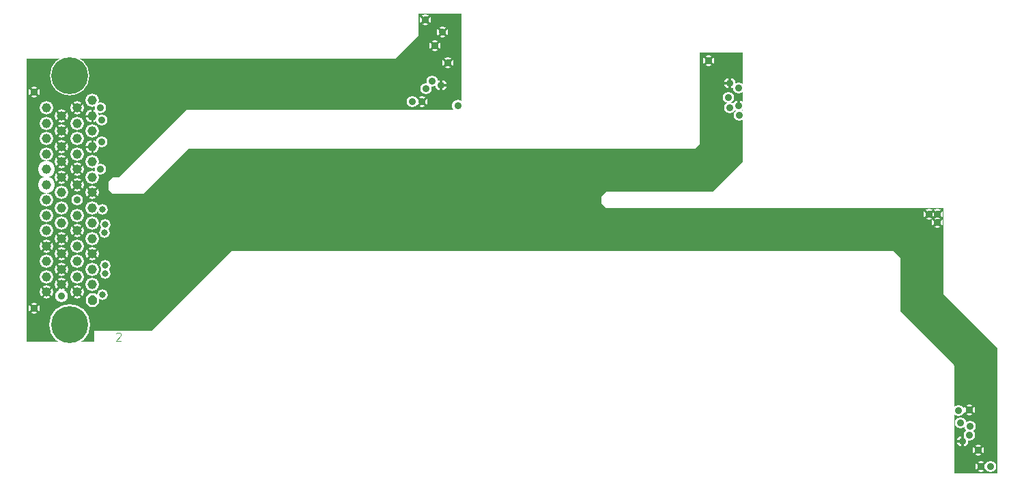
<source format=gbr>
G04 start of page 3 for group 1 idx 1
G04 Title: TFlex, InnerGND rigid *
G04 Creator: pcb-bin 20060822 *
G04 CreationDate: Thu May 10 11:42:57 2007 UTC *
G04 For: stephan *
G04 Format: Gerber/RS-274X *
G04 PCB-Dimensions: 500000 300000 *
G04 PCB-Coordinate-Origin: lower left *
%MOIN*%
%FSLAX24Y24*%
%LNGROUP1*%
%ADD11C,0.0200*%
%ADD12C,0.0560*%
%ADD13C,0.0600*%
%ADD14C,0.0520*%
%ADD15C,0.0620*%
%ADD16C,0.0660*%
%ADD17C,0.1920*%
%ADD18C,0.2000*%
%ADD19C,0.0810*%
%ADD20C,0.0100*%
%ADD21C,0.0120*%
%ADD22C,0.0140*%
%ADD23C,0.0130*%
%ADD24C,0.0040*%
%ADD25C,0.0460*%
%ADD26C,0.1800*%
%ADD27C,0.0360*%
%ADD28C,0.0320*%
%ADD29C,0.0260*%
%ADD30C,0.1050*%
G54D11*G36*
X46425Y7475D02*Y9555D01*
X43775Y12205D01*
Y14825D01*
X45875D01*
Y13045D01*
X48525Y10395D01*
Y7475D01*
X46425D01*
G37*
G36*
X34125Y17225D02*X43475D01*
Y15125D01*
X34125D01*
Y17225D01*
G37*
G36*
X5250Y18725D02*Y24550D01*
X19125D01*
Y22050D01*
X8925D01*
X5600Y18725D01*
X5250D01*
G37*
G36*
X30955Y15125D02*X11100D01*
X7200Y11225D01*
X5250D01*
Y17925D01*
X6800D01*
X9000Y20125D01*
X33750D01*
X33975Y20350D01*
Y21625D01*
X36075D01*
Y19495D01*
X34605Y18025D01*
X29400D01*
X29180Y17805D01*
Y17445D01*
X29400Y17225D01*
X30955D01*
Y15125D01*
G37*
G36*
X48525Y7675D02*X46425D01*
Y4275D01*
X48525D01*
Y7675D01*
G37*
G36*
X45875Y14725D02*X43775D01*
Y14805D01*
X43455Y15125D01*
X43375D01*
Y17225D01*
X45875D01*
Y14725D01*
G37*
G36*
X33975Y21425D02*X36075D01*
Y24825D01*
X33975D01*
Y21425D01*
G37*
G36*
X34325Y17225D02*X30725D01*
Y15125D01*
X34325D01*
Y17225D01*
G37*
G36*
X19025Y22050D02*Y24550D01*
X19125D01*
X20250Y25675D01*
Y26750D01*
X22350D01*
Y22050D01*
X19025D01*
G37*
G36*
X4425Y11225D02*X5300D01*
Y17925D01*
X5100Y18125D01*
Y18525D01*
X5300Y18725D01*
Y24550D01*
X1100D01*
Y10700D01*
X4425D01*
Y11225D01*
G37*
G54D12*%LNGROUP1_C1*%
%LPC*%
X48180Y4620D03*
X47705D03*
X47575Y5420D03*
X47155Y6150D03*
X46815Y5845D03*
X47170Y6585D03*
X47135Y7380D03*
X46710Y6730D03*
X46610Y7350D03*
X45575Y16925D03*
Y16525D03*
X45175Y16925D03*
X35900Y21775D03*
X35445Y22130D03*
X35890Y22240D03*
X35390Y22645D03*
X35445Y23330D03*
X35890Y23120D03*
X34400Y24450D03*
G54D13*X22175Y22225D03*
G54D12*X21675Y24325D03*
X21425Y25825D03*
X21350Y23225D03*
X21050Y25175D03*
X20925Y23425D03*
X20600Y23075D03*
X20575Y26425D03*
X20425Y22425D03*
X19950D03*
X4775Y20475D03*
G54D14*X4800Y17175D03*
G54D12*X4725Y19125D03*
X3575Y17625D03*
X4775Y21525D03*
X4725Y22125D03*
X1475Y22900D03*
G54D14*X4950Y14025D03*
Y14425D03*
Y16425D03*
X4925Y16025D03*
X4825Y13000D03*
G54D15*X2825Y12925D03*
G54D12*X1475Y12350D03*
G54D16*X4325Y15000D03*
Y15750D03*
Y16500D03*
Y17250D03*
Y18000D03*
Y18750D03*
Y19500D03*
Y20250D03*
Y21000D03*
Y21750D03*
Y22500D03*
X3575Y14625D03*
Y15375D03*
Y16125D03*
Y16875D03*
Y18375D03*
Y19125D03*
Y19875D03*
Y20625D03*
Y21375D03*
X4325Y13500D03*
Y14250D03*
X3575Y13125D03*
G54D11*G36*
X4655Y12886D02*X4461Y13080D01*
X4188D01*
X3995Y12886D01*
Y12613D01*
X4188Y12420D01*
X4461D01*
X4655Y12613D01*
Y12886D01*
G37*
G54D16*X3575Y13875D03*
X2825Y18000D03*
Y18750D03*
Y19500D03*
Y20250D03*
Y21000D03*
Y21750D03*
Y15000D03*
Y15750D03*
X2075Y15375D03*
X2825Y16500D03*
Y17250D03*
X2075Y16125D03*
Y16875D03*
X3575Y22125D03*
G54D17*X3200Y23700D03*
G54D16*X2075Y22125D03*
X2825Y13500D03*
Y14250D03*
X2075Y13125D03*
Y13875D03*
G54D18*X3200Y11550D03*
G54D16*X2075Y14625D03*
Y17625D03*
Y19875D03*
Y20625D03*
G54D19*Y18375D03*
G54D16*Y21375D03*
G54D19*Y19125D03*
G54D12*X47135Y7380D03*
X46610Y7350D03*
X35900Y21775D03*
X48180Y4620D03*
X47705D03*
X47575Y5420D03*
X47155Y6150D03*
X46815Y5845D03*
X47170Y6585D03*
X47135Y7380D03*
X46710Y6730D03*
X46610Y7350D03*
X45575Y16925D03*
Y16525D03*
X45175Y16925D03*
X35900Y21775D03*
X35445Y22130D03*
X35890Y22240D03*
X35390Y22645D03*
X35445Y23330D03*
X35890Y23120D03*
X34400Y24450D03*
G54D13*X22175Y22225D03*
G54D12*X21675Y24325D03*
X21425Y25825D03*
X21350Y23225D03*
X21050Y25175D03*
X20925Y23425D03*
X20600Y23075D03*
X20575Y26425D03*
X20425Y22425D03*
X19950D03*
X4775Y20475D03*
G54D14*X4800Y17175D03*
G54D12*X4725Y19125D03*
X3575Y17625D03*
X4775Y21525D03*
X4725Y22125D03*
X1475Y22900D03*
G54D14*X4950Y14025D03*
Y14425D03*
Y16425D03*
X4925Y16025D03*
X4825Y13000D03*
G54D15*X2825Y12925D03*
G54D12*X1475Y12350D03*
G54D16*X4325Y15000D03*
Y15750D03*
Y16500D03*
Y17250D03*
Y18000D03*
Y18750D03*
Y19500D03*
Y20250D03*
Y21000D03*
Y21750D03*
Y22500D03*
X3575Y14625D03*
Y15375D03*
Y16125D03*
Y16875D03*
Y18375D03*
Y19125D03*
Y19875D03*
Y20625D03*
Y21375D03*
X4325Y13500D03*
Y14250D03*
X3575Y13125D03*
G54D11*G36*
X4655Y12886D02*X4461Y13080D01*
X4188D01*
X3995Y12886D01*
Y12613D01*
X4188Y12420D01*
X4461D01*
X4655Y12613D01*
Y12886D01*
G37*
G54D16*X3575Y13875D03*
X2825Y18000D03*
Y18750D03*
Y19500D03*
Y20250D03*
Y21000D03*
Y21750D03*
Y15000D03*
Y15750D03*
X2075Y15375D03*
X2825Y16500D03*
Y17250D03*
X2075Y16125D03*
Y16875D03*
X3575Y22125D03*
G54D17*X3200Y23700D03*
G54D16*X2075Y22125D03*
X2825Y13500D03*
Y14250D03*
X2075Y13125D03*
Y13875D03*
G54D18*X3200Y11550D03*
G54D16*X2075Y14625D03*
Y17625D03*
Y19875D03*
Y20625D03*
G54D19*Y18375D03*
G54D16*Y21375D03*
G54D19*Y19125D03*
G54D12*X47135Y7380D03*
X46610Y7350D03*
X35900Y21775D03*
G54D20*%LNGROUP1_D2*%
%LPD*%
X4091Y15233D02*X4558Y14766D01*
X4091D02*X4558Y15233D01*
X4091Y18233D02*X4558Y17766D01*
X4091D02*X4558Y18233D01*
X3341Y16358D02*X3808Y15891D01*
X3341D02*X3808Y16358D01*
X3341Y18608D02*X3808Y18141D01*
X3341D02*X3808Y18608D01*
X3341Y19358D02*X3808Y18891D01*
X3341D02*X3808Y19358D01*
X3341Y13358D02*X3808Y12891D01*
X3341D02*X3808Y13358D01*
X2591Y18983D02*X3058Y18516D01*
X2591D02*X3058Y18983D01*
X2591Y19733D02*X3058Y19266D01*
X2591D02*X3058Y19733D01*
X2591Y20483D02*X3058Y20016D01*
X2591D02*X3058Y20483D01*
X2591Y21233D02*X3058Y20766D01*
X2591D02*X3058Y21233D01*
X2591Y21983D02*X3058Y21516D01*
X2591D02*X3058Y21983D01*
X2591Y15233D02*X3058Y14766D01*
X2591D02*X3058Y15233D01*
X2591Y15983D02*X3058Y15516D01*
X2591D02*X3058Y15983D01*
X1841Y15608D02*X2308Y15141D01*
X1841D02*X2308Y15608D01*
X3341Y22358D02*X3808Y21891D01*
X3341D02*X3808Y22358D01*
X2591Y13733D02*X3058Y13266D01*
X2591D02*X3058Y13733D01*
X2591Y14483D02*X3058Y14016D01*
X2591D02*X3058Y14483D01*
X1841Y13358D02*X2308Y12891D01*
X1841D02*X2308Y13358D01*
G54D21*X47507Y4818D02*X47903Y4422D01*
X47507D02*X47903Y4818D01*
X47377Y5618D02*X47773Y5222D01*
X47377D02*X47773Y5618D01*
X46937Y7578D02*X47333Y7182D01*
X46937D02*X47333Y7578D01*
X45377Y17123D02*X45773Y16727D01*
X45377D02*X45773Y17123D01*
X45377Y16723D02*X45773Y16327D01*
X45377D02*X45773Y16723D01*
X44977Y17123D02*X45373Y16727D01*
X44977D02*X45373Y17123D01*
X34202Y24648D02*X34598Y24252D01*
X34202D02*X34598Y24648D01*
X21477Y24523D02*X21873Y24127D01*
X21477D02*X21873Y24523D01*
X21227Y26023D02*X21623Y25627D01*
X21227D02*X21623Y26023D01*
X20852Y25373D02*X21248Y24977D01*
X20852D02*X21248Y25373D01*
X20377Y26623D02*X20773Y26227D01*
X20377D02*X20773Y26623D01*
X20227Y22623D02*X20623Y22227D01*
X20227D02*X20623Y22623D01*
X1277Y23098D02*X1673Y22702D01*
X1277D02*X1673Y23098D01*
X1277Y12548D02*X1673Y12152D01*
X1277D02*X1673Y12548D01*
G54D21*X46815Y6130D02*Y5560D01*
X46525Y5845D02*X46815D01*
G54D22*X35890Y22240D02*Y22550D01*
G54D23*X35445Y23035D02*Y23625D01*
Y23330D02*X35145D01*
G54D21*X21350Y23525D02*Y22925D01*
Y23225D02*X21650D01*
G54D20*X4325Y19900D02*Y20600D01*
Y21400D02*Y22100D01*
Y20250D02*X3975D01*
X4325Y21750D02*X3975D01*
G54D24*X5475Y11100D02*X5525Y11150D01*
X5675D01*
X5725Y11100D01*
Y11000D01*
X5475Y10750D02*X5725Y11000D01*
X5475Y10750D02*X5725D01*
G54D25*X4325Y15000D03*
Y15750D03*
Y16500D03*
Y17250D03*
Y18000D03*
Y18750D03*
Y19500D03*
Y20250D03*
Y21000D03*
Y21750D03*
Y22500D03*
X3575Y14625D03*
Y15375D03*
Y16125D03*
Y16875D03*
Y18375D03*
Y19125D03*
Y19875D03*
Y20625D03*
Y21375D03*
X4325Y13500D03*
Y14250D03*
X3575Y13125D03*
G54D11*G36*
X4555Y12845D02*X4420Y12980D01*
X4229D01*
X4095Y12845D01*
Y12654D01*
X4229Y12520D01*
X4420D01*
X4555Y12654D01*
Y12845D01*
G37*
G54D25*X3575Y13875D03*
X2825Y18000D03*
Y18750D03*
Y19500D03*
Y20250D03*
Y21000D03*
Y21750D03*
Y15000D03*
Y15750D03*
X2075Y15375D03*
X2825Y16500D03*
Y17250D03*
X2075Y16125D03*
Y16875D03*
X3575Y22125D03*
G54D26*X3200Y23700D03*
G54D25*X2075Y22125D03*
X2825Y13500D03*
Y14250D03*
X2075Y13125D03*
Y13875D03*
G54D26*X3200Y11550D03*
G54D25*X2075Y14625D03*
Y17625D03*
Y19875D03*
Y20625D03*
Y18375D03*
Y21375D03*
Y19125D03*
G54D27*X48180Y4620D03*
X47705D03*
X47575Y5420D03*
X47155Y6150D03*
X46815Y5845D03*
X47170Y6585D03*
X47135Y7380D03*
X46710Y6730D03*
X46610Y7350D03*
X45575Y16925D03*
Y16525D03*
X45175Y16925D03*
X35900Y21775D03*
X35445Y22130D03*
X35890Y22240D03*
X35390Y22645D03*
X35445Y23330D03*
X35890Y23120D03*
X34400Y24450D03*
X22175Y22225D03*
X21675Y24325D03*
X21425Y25825D03*
X21350Y23225D03*
X21050Y25175D03*
X20925Y23425D03*
X20600Y23075D03*
X20575Y26425D03*
X20425Y22425D03*
X19950D03*
X4775Y20475D03*
G54D28*X4800Y17175D03*
G54D27*X4725Y19125D03*
X3575Y17625D03*
X4775Y21525D03*
X4725Y22125D03*
X1475Y22900D03*
G54D28*X4950Y14025D03*
Y14425D03*
Y16425D03*
X4925Y16025D03*
X4825Y13000D03*
G54D27*X2825Y12925D03*
X1475Y12350D03*
G54D29*%LNGROUP1_C3*%
%LPC*%
G54D30*G54D29*G54D30*G54D29*G54D21*M02*

</source>
